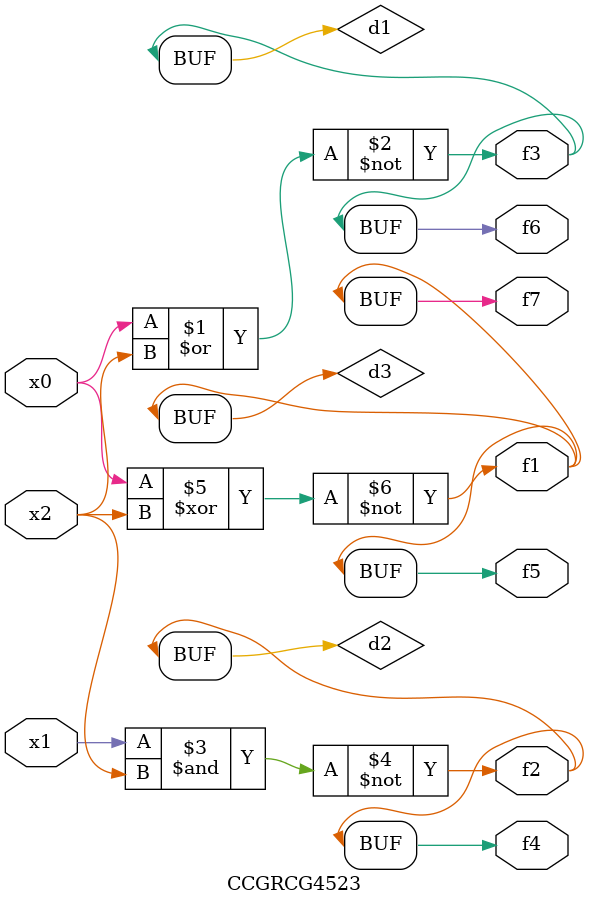
<source format=v>
module CCGRCG4523(
	input x0, x1, x2,
	output f1, f2, f3, f4, f5, f6, f7
);

	wire d1, d2, d3;

	nor (d1, x0, x2);
	nand (d2, x1, x2);
	xnor (d3, x0, x2);
	assign f1 = d3;
	assign f2 = d2;
	assign f3 = d1;
	assign f4 = d2;
	assign f5 = d3;
	assign f6 = d1;
	assign f7 = d3;
endmodule

</source>
